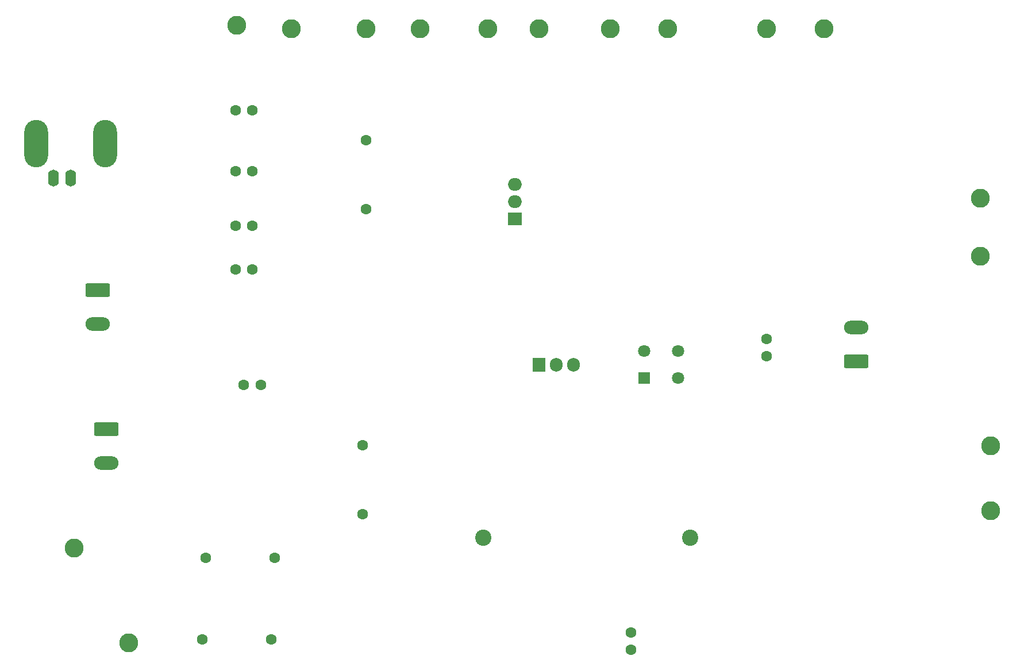
<source format=gbs>
%TF.GenerationSoftware,KiCad,Pcbnew,9.0.4*%
%TF.CreationDate,2025-10-14T11:36:06-05:00*%
%TF.ProjectId,Prelab7,5072656c-6162-4372-9e6b-696361645f70,rev?*%
%TF.SameCoordinates,Original*%
%TF.FileFunction,Soldermask,Bot*%
%TF.FilePolarity,Negative*%
%FSLAX46Y46*%
G04 Gerber Fmt 4.6, Leading zero omitted, Abs format (unit mm)*
G04 Created by KiCad (PCBNEW 9.0.4) date 2025-10-14 11:36:06*
%MOMM*%
%LPD*%
G01*
G04 APERTURE LIST*
G04 Aperture macros list*
%AMRoundRect*
0 Rectangle with rounded corners*
0 $1 Rounding radius*
0 $2 $3 $4 $5 $6 $7 $8 $9 X,Y pos of 4 corners*
0 Add a 4 corners polygon primitive as box body*
4,1,4,$2,$3,$4,$5,$6,$7,$8,$9,$2,$3,0*
0 Add four circle primitives for the rounded corners*
1,1,$1+$1,$2,$3*
1,1,$1+$1,$4,$5*
1,1,$1+$1,$6,$7*
1,1,$1+$1,$8,$9*
0 Add four rect primitives between the rounded corners*
20,1,$1+$1,$2,$3,$4,$5,0*
20,1,$1+$1,$4,$5,$6,$7,0*
20,1,$1+$1,$6,$7,$8,$9,0*
20,1,$1+$1,$8,$9,$2,$3,0*%
G04 Aperture macros list end*
%ADD10C,2.800000*%
%ADD11C,1.600000*%
%ADD12RoundRect,0.250000X1.550000X-0.750000X1.550000X0.750000X-1.550000X0.750000X-1.550000X-0.750000X0*%
%ADD13O,3.600000X2.000000*%
%ADD14RoundRect,0.250000X-1.550000X0.750000X-1.550000X-0.750000X1.550000X-0.750000X1.550000X0.750000X0*%
%ADD15C,2.400000*%
%ADD16R,1.905000X2.000000*%
%ADD17O,1.905000X2.000000*%
%ADD18R,2.000000X1.905000*%
%ADD19O,2.000000X1.905000*%
%ADD20O,1.600000X2.500000*%
%ADD21O,3.500000X7.000000*%
%ADD22R,1.800000X1.800000*%
%ADD23C,1.800000*%
G04 APERTURE END LIST*
D10*
%TO.C,GND_T8*%
X69500000Y-148000000D03*
%TD*%
D11*
%TO.C,C3*%
X89000000Y-110000000D03*
X86500000Y-110000000D03*
%TD*%
D10*
%TO.C,V_1L_T7*%
X196500000Y-119000000D03*
%TD*%
%TO.C,Vout_T6*%
X195000000Y-82500000D03*
%TD*%
D12*
%TO.C,Vout1*%
X176722500Y-106500000D03*
D13*
X176722500Y-101500000D03*
%TD*%
D10*
%TO.C,Vin_T1*%
X85500000Y-57000000D03*
%TD*%
D14*
%TO.C,Vin1*%
X65000000Y-96000000D03*
D13*
X65000000Y-101000000D03*
%TD*%
D11*
%TO.C,R5*%
X104000000Y-129080000D03*
X104000000Y-118920000D03*
%TD*%
%TO.C,R4*%
X104500000Y-84080000D03*
X104500000Y-73920000D03*
%TD*%
%TO.C,R3*%
X80920000Y-135500000D03*
X91080000Y-135500000D03*
%TD*%
%TO.C,R2*%
X80420000Y-147500000D03*
X90580000Y-147500000D03*
%TD*%
D15*
%TO.C,R1*%
X121755000Y-132500000D03*
X152235000Y-132500000D03*
%TD*%
D16*
%TO.C,Q2*%
X130000000Y-107000000D03*
D17*
X132540000Y-107000000D03*
X135080000Y-107000000D03*
%TD*%
D18*
%TO.C,Q1*%
X126420000Y-85500000D03*
D19*
X126420000Y-82960000D03*
X126420000Y-80420000D03*
%TD*%
D10*
%TO.C,PWM_T3*%
X122500000Y-57500000D03*
%TD*%
D20*
%TO.C,PWM1*%
X61000000Y-79550000D03*
D21*
X55920000Y-74470000D03*
D20*
X58460000Y-79550000D03*
D21*
X66080000Y-74470000D03*
%TD*%
D10*
%TO.C,OPAMP_OUT_T8*%
X61500000Y-134000000D03*
%TD*%
%TO.C,LOW_Vds_T5*%
X163500000Y-57500000D03*
%TD*%
%TO.C,LOWDR_T4*%
X140500000Y-57500000D03*
%TD*%
D22*
%TO.C,L1*%
X145500000Y-109000000D03*
D23*
X150500000Y-109000000D03*
X145500000Y-105000000D03*
X150500000Y-105000000D03*
%TD*%
D10*
%TO.C,GND_T7*%
X196500000Y-128500000D03*
%TD*%
%TO.C,GND_T6*%
X195000000Y-91000000D03*
%TD*%
%TO.C,GND_T5*%
X172000000Y-57500000D03*
%TD*%
%TO.C,GND_T4*%
X149000000Y-57500000D03*
%TD*%
%TO.C,GND_T3*%
X130000000Y-57500000D03*
%TD*%
%TO.C,GND_T2*%
X112500000Y-57500000D03*
%TD*%
%TO.C,GND_T1*%
X93500000Y-57500000D03*
%TD*%
D11*
%TO.C,C7*%
X85250000Y-93000000D03*
X87750000Y-93000000D03*
%TD*%
%TO.C,C6*%
X85250000Y-86500000D03*
X87750000Y-86500000D03*
%TD*%
%TO.C,C5*%
X85250000Y-78500000D03*
X87750000Y-78500000D03*
%TD*%
%TO.C,C4*%
X143500000Y-149000000D03*
X143500000Y-146500000D03*
%TD*%
%TO.C,C2*%
X163500000Y-105750000D03*
X163500000Y-103250000D03*
%TD*%
%TO.C,C1*%
X85250000Y-69500000D03*
X87750000Y-69500000D03*
%TD*%
D10*
%TO.C,10V_T2*%
X104500000Y-57500000D03*
%TD*%
D14*
%TO.C,10VD1*%
X66277500Y-116500000D03*
D13*
X66277500Y-121500000D03*
%TD*%
M02*

</source>
